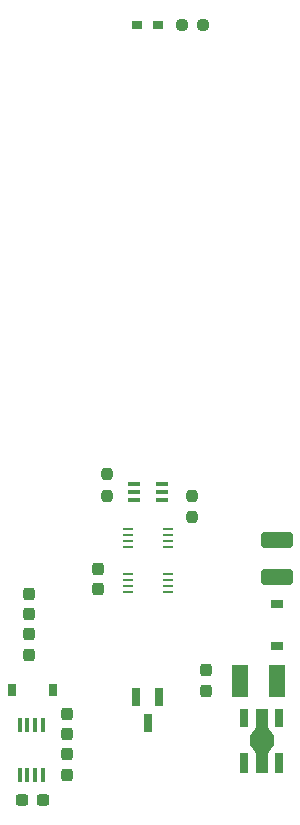
<source format=gbr>
G04 #@! TF.GenerationSoftware,KiCad,Pcbnew,8.0.4+dfsg-1*
G04 #@! TF.CreationDate,2025-02-27T20:07:16+09:00*
G04 #@! TF.ProjectId,bionic-p8080,62696f6e-6963-42d7-9038-3038302e6b69,1*
G04 #@! TF.SameCoordinates,Original*
G04 #@! TF.FileFunction,Paste,Top*
G04 #@! TF.FilePolarity,Positive*
%FSLAX46Y46*%
G04 Gerber Fmt 4.6, Leading zero omitted, Abs format (unit mm)*
G04 Created by KiCad (PCBNEW 8.0.4+dfsg-1) date 2025-02-27 20:07:16*
%MOMM*%
%LPD*%
G01*
G04 APERTURE LIST*
G04 Aperture macros list*
%AMRoundRect*
0 Rectangle with rounded corners*
0 $1 Rounding radius*
0 $2 $3 $4 $5 $6 $7 $8 $9 X,Y pos of 4 corners*
0 Add a 4 corners polygon primitive as box body*
4,1,4,$2,$3,$4,$5,$6,$7,$8,$9,$2,$3,0*
0 Add four circle primitives for the rounded corners*
1,1,$1+$1,$2,$3*
1,1,$1+$1,$4,$5*
1,1,$1+$1,$6,$7*
1,1,$1+$1,$8,$9*
0 Add four rect primitives between the rounded corners*
20,1,$1+$1,$2,$3,$4,$5,0*
20,1,$1+$1,$4,$5,$6,$7,0*
20,1,$1+$1,$6,$7,$8,$9,0*
20,1,$1+$1,$8,$9,$2,$3,0*%
%AMFreePoly0*
4,1,13,0.500000,1.050000,1.000000,0.350000,1.000000,-0.450000,0.500000,-1.150000,0.500000,-2.750000,-0.500000,-2.750000,-0.500000,-1.150000,-1.000000,-0.450000,-1.000000,0.350000,-0.500000,1.050000,-0.500000,2.750000,0.500000,2.750000,0.500000,1.050000,0.500000,1.050000,$1*%
G04 Aperture macros list end*
%ADD10R,0.762000X1.041400*%
%ADD11RoundRect,0.250000X1.100000X-0.412500X1.100000X0.412500X-1.100000X0.412500X-1.100000X-0.412500X0*%
%ADD12RoundRect,0.237500X-0.250000X-0.237500X0.250000X-0.237500X0.250000X0.237500X-0.250000X0.237500X0*%
%ADD13RoundRect,0.237500X-0.237500X0.300000X-0.237500X-0.300000X0.237500X-0.300000X0.237500X0.300000X0*%
%ADD14R,0.965200X0.279400*%
%ADD15R,0.700000X1.600000*%
%ADD16FreePoly0,180.000000*%
%ADD17R,0.700000X1.700000*%
%ADD18RoundRect,0.237500X-0.237500X0.250000X-0.237500X-0.250000X0.237500X-0.250000X0.237500X0.250000X0*%
%ADD19R,0.355600X1.206500*%
%ADD20R,1.371600X2.743200*%
%ADD21R,0.965200X0.762000*%
%ADD22R,0.660400X1.625600*%
%ADD23RoundRect,0.237500X0.237500X-0.300000X0.237500X0.300000X-0.237500X0.300000X-0.237500X-0.300000X0*%
%ADD24RoundRect,0.237500X-0.300000X-0.237500X0.300000X-0.237500X0.300000X0.237500X-0.300000X0.237500X0*%
%ADD25R,1.041400X0.762000*%
%ADD26R,0.990600X0.355600*%
G04 APERTURE END LIST*
D10*
X102181100Y-128064400D03*
X105660900Y-128064400D03*
D11*
X124647400Y-118501700D03*
X124647400Y-115376700D03*
D12*
X116597500Y-71778000D03*
X118422500Y-71778000D03*
D13*
X106842000Y-133500000D03*
X106842000Y-135225000D03*
D14*
X115401800Y-115950389D03*
X115401800Y-115450263D03*
X115401800Y-114950137D03*
X115401800Y-114450011D03*
X112049000Y-114450011D03*
X112049000Y-114950137D03*
X112049000Y-115450263D03*
X112049000Y-115950389D03*
D15*
X124850600Y-130437400D03*
D16*
X123350600Y-132387400D03*
D15*
X121850600Y-130437400D03*
D17*
X121850600Y-134287400D03*
X124850600Y-134287400D03*
D18*
X110220200Y-109801800D03*
X110220200Y-111626800D03*
D19*
X102860001Y-135277950D03*
X103509999Y-135277950D03*
X104160001Y-135277950D03*
X104809999Y-135277950D03*
X104809999Y-131074250D03*
X104160001Y-131074250D03*
X103509999Y-131074250D03*
X102860001Y-131074250D03*
D20*
X121497800Y-127277000D03*
X124647400Y-127277000D03*
D21*
X114576300Y-71778000D03*
X112823700Y-71778000D03*
D22*
X114650001Y-128699400D03*
X112749999Y-128699400D03*
X113700000Y-130831400D03*
D13*
X106842000Y-130072100D03*
X106842000Y-131797100D03*
D18*
X117484600Y-111632500D03*
X117484600Y-113457500D03*
D23*
X118653000Y-128139500D03*
X118653000Y-126414500D03*
D24*
X103083900Y-137360800D03*
X104808900Y-137360800D03*
D23*
X103616200Y-121636000D03*
X103616200Y-119911000D03*
D25*
X124647400Y-120825400D03*
X124647400Y-124305200D03*
D26*
X112557000Y-110650401D03*
X112557000Y-111300400D03*
X112557000Y-111950399D03*
X114893800Y-111950399D03*
X114893800Y-111300400D03*
X114893800Y-110650401D03*
D14*
X115401800Y-119772189D03*
X115401800Y-119272063D03*
X115401800Y-118771937D03*
X115401800Y-118271811D03*
X112049000Y-118271811D03*
X112049000Y-118771937D03*
X112049000Y-119272063D03*
X112049000Y-119772189D03*
D23*
X109509000Y-119530000D03*
X109509000Y-117805000D03*
D13*
X103616200Y-123340000D03*
X103616200Y-125065000D03*
M02*

</source>
